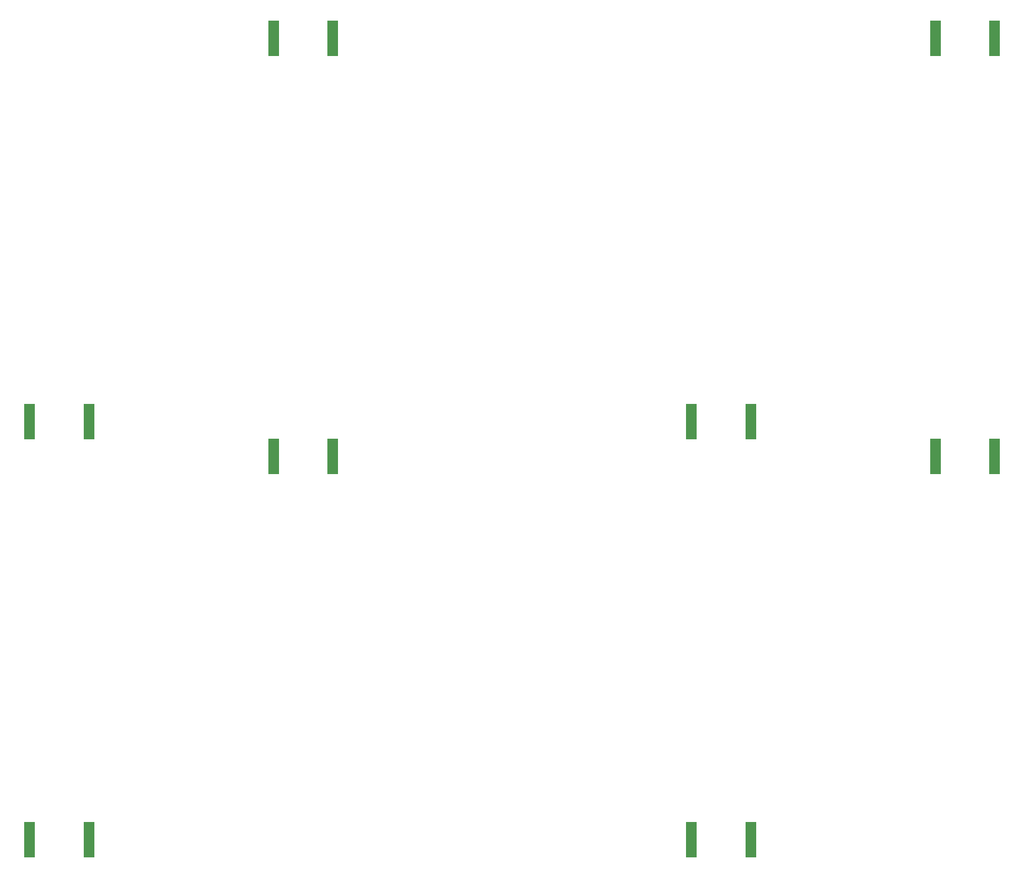
<source format=gbr>
G04 #@! TF.GenerationSoftware,KiCad,Pcbnew,(5.1.5)-3*
G04 #@! TF.CreationDate,2020-03-10T14:16:06+00:00*
G04 #@! TF.ProjectId,led_board,6c65645f-626f-4617-9264-2e6b69636164,rev?*
G04 #@! TF.SameCoordinates,Original*
G04 #@! TF.FileFunction,Paste,Bot*
G04 #@! TF.FilePolarity,Positive*
%FSLAX46Y46*%
G04 Gerber Fmt 4.6, Leading zero omitted, Abs format (unit mm)*
G04 Created by KiCad (PCBNEW (5.1.5)-3) date 2020-03-10 14:16:06*
%MOMM*%
%LPD*%
G04 APERTURE LIST*
%ADD10R,1.500000X5.080000*%
G04 APERTURE END LIST*
D10*
X183250000Y-90000000D03*
X191750000Y-90000000D03*
X156750000Y-145000000D03*
X148250000Y-145000000D03*
X88250000Y-90000000D03*
X96750000Y-90000000D03*
X61750000Y-145000000D03*
X53250000Y-145000000D03*
X183250000Y-30000000D03*
X191750000Y-30000000D03*
X156750000Y-85000000D03*
X148250000Y-85000000D03*
X88250000Y-30000000D03*
X96750000Y-30000000D03*
X61750000Y-85000000D03*
X53250000Y-85000000D03*
M02*

</source>
